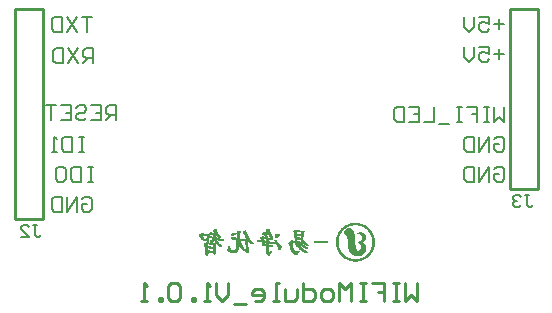
<source format=gbo>
%FSLAX25Y25*%
%MOIN*%
G70*
G01*
G75*
G04 Layer_Color=32896*
%ADD10R,0.03500X0.03000*%
%ADD11R,0.02362X0.04299*%
%ADD12R,0.03000X0.03500*%
%ADD13R,0.04299X0.02362*%
%ADD14R,0.09843X0.04724*%
%ADD15R,0.11811X0.23622*%
%ADD16R,0.15748X0.06000*%
%ADD17R,0.03937X0.03937*%
%ADD18R,0.03937X0.03937*%
%ADD19R,0.05709X0.02756*%
%ADD20C,0.03000*%
%ADD21C,0.01000*%
%ADD22C,0.05000*%
%ADD23C,0.02500*%
%ADD24C,0.02000*%
%ADD25C,0.06000*%
%ADD26R,0.10000X0.16933*%
%ADD27C,0.05512*%
%ADD28C,0.06000*%
%ADD29R,0.06000X0.06000*%
%ADD30C,0.02500*%
%ADD31C,0.00500*%
%ADD32C,0.00787*%
%ADD33C,0.00600*%
%ADD34C,0.00800*%
%ADD35C,0.01500*%
%ADD36R,0.11811X0.01300*%
%ADD37C,0.00100*%
D21*
X10724Y42000D02*
Y112000D01*
X1276Y42000D02*
X10724D01*
X1276D02*
Y112000D01*
X10724D01*
X175724Y52000D02*
Y112000D01*
X166276Y52000D02*
X175724D01*
X166276D02*
Y112000D01*
X175724D01*
X135500Y20698D02*
Y14700D01*
X133501Y16699D01*
X131501Y14700D01*
Y20698D01*
X129502D02*
X127503D01*
X128502D01*
Y14700D01*
X129502D01*
X127503D01*
X120505Y20698D02*
X124504D01*
Y17699D01*
X122504D01*
X124504D01*
Y14700D01*
X118506Y20698D02*
X116506D01*
X117506D01*
Y14700D01*
X118506D01*
X116506D01*
X113507D02*
Y20698D01*
X111508Y18699D01*
X109508Y20698D01*
Y14700D01*
X106509D02*
X104510D01*
X103510Y15700D01*
Y17699D01*
X104510Y18699D01*
X106509D01*
X107509Y17699D01*
Y15700D01*
X106509Y14700D01*
X97512Y20698D02*
Y14700D01*
X100511D01*
X101511Y15700D01*
Y17699D01*
X100511Y18699D01*
X97512D01*
X95513D02*
Y15700D01*
X94513Y14700D01*
X91514D01*
Y18699D01*
X89515Y14700D02*
X87515D01*
X88515D01*
Y20698D01*
X89515D01*
X81517Y14700D02*
X83517D01*
X84517Y15700D01*
Y17699D01*
X83517Y18699D01*
X81517D01*
X80518Y17699D01*
Y16699D01*
X84517D01*
X78518Y13700D02*
X74520D01*
X72520Y20698D02*
Y16699D01*
X70521Y14700D01*
X68522Y16699D01*
Y20698D01*
X66522Y14700D02*
X64523D01*
X65523D01*
Y20698D01*
X66522Y19698D01*
X61524Y14700D02*
Y15700D01*
X60524D01*
Y14700D01*
X61524D01*
X56526Y19698D02*
X55526Y20698D01*
X53527D01*
X52527Y19698D01*
Y15700D01*
X53527Y14700D01*
X55526D01*
X56526Y15700D01*
Y19698D01*
X50528Y14700D02*
Y15700D01*
X49528D01*
Y14700D01*
X50528D01*
X45529D02*
X43530D01*
X44529D01*
Y20698D01*
X45529Y19698D01*
D33*
X7334Y39999D02*
X8667D01*
X8001D01*
Y36666D01*
X8667Y36000D01*
X9334D01*
X10000Y36666D01*
X3336Y36000D02*
X6001D01*
X3336Y38666D01*
Y39332D01*
X4002Y39999D01*
X5335D01*
X6001Y39332D01*
X171334Y49999D02*
X172667D01*
X172001D01*
Y46666D01*
X172667Y46000D01*
X173334D01*
X174000Y46666D01*
X170001Y49332D02*
X169335Y49999D01*
X168002D01*
X167335Y49332D01*
Y48666D01*
X168002Y47999D01*
X168668D01*
X168002D01*
X167335Y47333D01*
Y46666D01*
X168002Y46000D01*
X169335D01*
X170001Y46666D01*
D34*
X27000Y109498D02*
X23668D01*
X25334D01*
Y104500D01*
X22002Y109498D02*
X18669Y104500D01*
Y109498D02*
X22002Y104500D01*
X17003Y109498D02*
Y104500D01*
X14504D01*
X13671Y105333D01*
Y108665D01*
X14504Y109498D01*
X17003D01*
X27500Y94000D02*
Y98998D01*
X25001D01*
X24168Y98165D01*
Y96499D01*
X25001Y95666D01*
X27500D01*
X25834D02*
X24168Y94000D01*
X22502Y98998D02*
X19169Y94000D01*
Y98998D02*
X22502Y94000D01*
X17503Y98998D02*
Y94000D01*
X15004D01*
X14171Y94833D01*
Y98165D01*
X15004Y98998D01*
X17503D01*
X35100Y75000D02*
Y79998D01*
X32601D01*
X31768Y79165D01*
Y77499D01*
X32601Y76666D01*
X35100D01*
X33434D02*
X31768Y75000D01*
X26769Y79998D02*
X30102D01*
Y75000D01*
X26769D01*
X30102Y77499D02*
X28436D01*
X21771Y79165D02*
X22604Y79998D01*
X24270D01*
X25103Y79165D01*
Y78332D01*
X24270Y77499D01*
X22604D01*
X21771Y76666D01*
Y75833D01*
X22604Y75000D01*
X24270D01*
X25103Y75833D01*
X16773Y79998D02*
X20105D01*
Y75000D01*
X16773D01*
X20105Y77499D02*
X18439D01*
X15107Y79998D02*
X11774D01*
X13440D01*
Y75000D01*
X24500Y69498D02*
X22834D01*
X23667D01*
Y64500D01*
X24500D01*
X22834D01*
X20335Y69498D02*
Y64500D01*
X17835D01*
X17002Y65333D01*
Y68665D01*
X17835Y69498D01*
X20335D01*
X15336Y64500D02*
X13670D01*
X14503D01*
Y69498D01*
X15336Y68665D01*
X27500Y59498D02*
X25834D01*
X26667D01*
Y54500D01*
X27500D01*
X25834D01*
X23335Y59498D02*
Y54500D01*
X20835D01*
X20002Y55333D01*
Y58665D01*
X20835Y59498D01*
X23335D01*
X18336Y58665D02*
X17503Y59498D01*
X15837D01*
X15004Y58665D01*
Y55333D01*
X15837Y54500D01*
X17503D01*
X18336Y55333D01*
Y58665D01*
X23668Y48665D02*
X24501Y49498D01*
X26167D01*
X27000Y48665D01*
Y45333D01*
X26167Y44500D01*
X24501D01*
X23668Y45333D01*
Y46999D01*
X25334D01*
X22002Y44500D02*
Y49498D01*
X18669Y44500D01*
Y49498D01*
X17003D02*
Y44500D01*
X14504D01*
X13671Y45333D01*
Y48665D01*
X14504Y49498D01*
X17003D01*
X161168Y58665D02*
X162001Y59498D01*
X163667D01*
X164500Y58665D01*
Y55333D01*
X163667Y54500D01*
X162001D01*
X161168Y55333D01*
Y56999D01*
X162834D01*
X159502Y54500D02*
Y59498D01*
X156169Y54500D01*
Y59498D01*
X154503D02*
Y54500D01*
X152004D01*
X151171Y55333D01*
Y58665D01*
X152004Y59498D01*
X154503D01*
X161168Y68665D02*
X162001Y69498D01*
X163667D01*
X164500Y68665D01*
Y65333D01*
X163667Y64500D01*
X162001D01*
X161168Y65333D01*
Y66999D01*
X162834D01*
X159502Y64500D02*
Y69498D01*
X156169Y64500D01*
Y69498D01*
X154503D02*
Y64500D01*
X152004D01*
X151171Y65333D01*
Y68665D01*
X152004Y69498D01*
X154503D01*
X164500Y79498D02*
Y74500D01*
X162834Y76166D01*
X161168Y74500D01*
Y79498D01*
X159502D02*
X157835D01*
X158669D01*
Y74500D01*
X159502D01*
X157835D01*
X152004Y79498D02*
X155336D01*
Y76999D01*
X153670D01*
X155336D01*
Y74500D01*
X150338Y79498D02*
X148672D01*
X149505D01*
Y74500D01*
X150338D01*
X148672D01*
X146173Y73667D02*
X142840D01*
X141174Y79498D02*
Y74500D01*
X137842D01*
X132844Y79498D02*
X136176D01*
Y74500D01*
X132844D01*
X136176Y76999D02*
X134510D01*
X131177Y79498D02*
Y74500D01*
X128678D01*
X127845Y75333D01*
Y78665D01*
X128678Y79498D01*
X131177D01*
X164500Y96999D02*
X161168D01*
X162834Y98665D02*
Y95333D01*
X156169Y99498D02*
X159502D01*
Y96999D01*
X157835Y97832D01*
X157002D01*
X156169Y96999D01*
Y95333D01*
X157002Y94500D01*
X158669D01*
X159502Y95333D01*
X154503Y99498D02*
Y96166D01*
X152837Y94500D01*
X151171Y96166D01*
Y99498D01*
X164500Y106999D02*
X161168D01*
X162834Y108665D02*
Y105333D01*
X156169Y109498D02*
X159502D01*
Y106999D01*
X157835Y107832D01*
X157002D01*
X156169Y106999D01*
Y105333D01*
X157002Y104500D01*
X158669D01*
X159502Y105333D01*
X154503Y109498D02*
Y106166D01*
X152837Y104500D01*
X151171Y106166D01*
Y109498D01*
D37*
X113900Y28200D02*
X115500D01*
X113300Y28300D02*
X116100D01*
X112900Y28400D02*
X116400D01*
X112600Y28500D02*
X116800D01*
X112300Y28600D02*
X117000D01*
X112100Y28700D02*
X113800D01*
X115600D02*
X117300D01*
X111900Y28800D02*
X113300D01*
X116100D02*
X117500D01*
X111700Y28900D02*
X112900D01*
X116400D02*
X117700D01*
X111500Y29000D02*
X112600D01*
X116700D02*
X117900D01*
X111400Y29100D02*
X112400D01*
X117000D02*
X118000D01*
X111200Y29200D02*
X112200D01*
X117200D02*
X118200D01*
X111000Y29300D02*
X112000D01*
X117400D02*
X118300D01*
X110900Y29400D02*
X111800D01*
X117600D02*
X118500D01*
X110800Y29500D02*
X111600D01*
X117700D02*
X118600D01*
X110700Y29600D02*
X111500D01*
X117900D02*
X118700D01*
X110500Y29700D02*
X111300D01*
X118100D02*
X118800D01*
X110400Y29800D02*
X111200D01*
X118200D02*
X119000D01*
X110300Y29900D02*
X111100D01*
X118300D02*
X119100D01*
X110200Y30000D02*
X110900D01*
X115100D02*
X116100D01*
X118400D02*
X119200D01*
X110100Y30100D02*
X110800D01*
X114600D02*
X116500D01*
X118600D02*
X119300D01*
X65000Y30200D02*
X65400D01*
X85600D02*
X85900D01*
X110000D02*
X110700D01*
X114300D02*
X116700D01*
X118700D02*
X119400D01*
X64900Y30300D02*
X65400D01*
X85500D02*
X86000D01*
X94700D02*
X95200D01*
X109900D02*
X110600D01*
X114100D02*
X116900D01*
X118800D02*
X119400D01*
X64800Y30400D02*
X65400D01*
X85400D02*
X86000D01*
X94500D02*
X95300D01*
X109800D02*
X110500D01*
X113800D02*
X117100D01*
X118900D02*
X119500D01*
X64800Y30500D02*
X65500D01*
X67600D02*
X67800D01*
X85300D02*
X86100D01*
X94300D02*
X95300D01*
X109800D02*
X110400D01*
X113700D02*
X117200D01*
X119000D02*
X119600D01*
X64700Y30600D02*
X65500D01*
X67500D02*
X67900D01*
X85200D02*
X86100D01*
X94200D02*
X95300D01*
X109700D02*
X110300D01*
X113500D02*
X117300D01*
X119100D02*
X119700D01*
X64700Y30700D02*
X65500D01*
X67500D02*
X67900D01*
X85100D02*
X86200D01*
X94100D02*
X95400D01*
X109600D02*
X110200D01*
X113400D02*
X117400D01*
X119100D02*
X119800D01*
X64700Y30800D02*
X65600D01*
X67400D02*
X67900D01*
X85100D02*
X86300D01*
X94000D02*
X95400D01*
X109500D02*
X110200D01*
X113300D02*
X117500D01*
X119200D02*
X119800D01*
X64700Y30900D02*
X65600D01*
X67400D02*
X67900D01*
X85000D02*
X86400D01*
X93900D02*
X95500D01*
X109500D02*
X110100D01*
X113200D02*
X116300D01*
X117100D02*
X117600D01*
X119300D02*
X119900D01*
X64600Y31000D02*
X65600D01*
X67300D02*
X67900D01*
X78500D02*
X78900D01*
X85000D02*
X86600D01*
X93800D02*
X95600D01*
X98200D02*
X98700D01*
X109400D02*
X110000D01*
X113100D02*
X115900D01*
X117300D02*
X117700D01*
X119400D02*
X120000D01*
X64600Y31100D02*
X65700D01*
X66400D02*
X67900D01*
X73500D02*
X74400D01*
X78400D02*
X78900D01*
X85000D02*
X86700D01*
X93700D02*
X95700D01*
X97900D02*
X98700D01*
X109300D02*
X109900D01*
X113000D02*
X115700D01*
X116200D02*
X117100D01*
X117500D02*
X117700D01*
X119500D02*
X120000D01*
X64600Y31200D02*
X67900D01*
X73000D02*
X74900D01*
X78400D02*
X79000D01*
X85000D02*
X86700D01*
X93600D02*
X95800D01*
X97700D02*
X98600D01*
X109300D02*
X109900D01*
X113000D02*
X115500D01*
X115900D02*
X117300D01*
X117700D02*
X117800D01*
X119500D02*
X120100D01*
X64600Y31300D02*
X67900D01*
X72700D02*
X75100D01*
X78400D02*
X79000D01*
X85000D02*
X85800D01*
X86400D02*
X86700D01*
X93600D02*
X94700D01*
X95200D02*
X95900D01*
X97500D02*
X98400D01*
X109200D02*
X109800D01*
X112900D02*
X115400D01*
X115700D02*
X117500D01*
X119600D02*
X120200D01*
X64600Y31400D02*
X67900D01*
X72500D02*
X75200D01*
X78400D02*
X79000D01*
X84900D02*
X85700D01*
X93500D02*
X94600D01*
X95400D02*
X96000D01*
X97300D02*
X98200D01*
X109200D02*
X109700D01*
X112900D02*
X115300D01*
X115500D02*
X117600D01*
X117800D02*
X117900D01*
X119700D02*
X120200D01*
X64600Y31500D02*
X65400D01*
X65600D02*
X66500D01*
X67400D02*
X67900D01*
X72300D02*
X75300D01*
X78000D02*
X78200D01*
X78400D02*
X79100D01*
X84900D02*
X85700D01*
X93500D02*
X94400D01*
X95700D02*
X96000D01*
X97200D02*
X98100D01*
X109100D02*
X109700D01*
X112800D02*
X115200D01*
X115900D02*
X117700D01*
X119700D02*
X120300D01*
X64600Y31600D02*
X65300D01*
X65800D02*
X66100D01*
X67400D02*
X67900D01*
X72200D02*
X75400D01*
X77700D02*
X78200D01*
X78400D02*
X79100D01*
X84900D02*
X85700D01*
X93400D02*
X94300D01*
X97000D02*
X97900D01*
X109100D02*
X109600D01*
X112800D02*
X115100D01*
X116100D02*
X117800D01*
X119800D02*
X120300D01*
X64600Y31700D02*
X65300D01*
X67400D02*
X67900D01*
X72200D02*
X75400D01*
X77500D02*
X78100D01*
X78300D02*
X79100D01*
X84900D02*
X85700D01*
X93400D02*
X94300D01*
X96900D02*
X97800D01*
X109000D02*
X109600D01*
X112700D02*
X115100D01*
X116300D02*
X117800D01*
X119800D02*
X120400D01*
X64600Y31800D02*
X65300D01*
X67400D02*
X67900D01*
X72200D02*
X73600D01*
X74500D02*
X75500D01*
X77400D02*
X78000D01*
X78300D02*
X79100D01*
X84900D02*
X85600D01*
X93300D02*
X94200D01*
X96700D02*
X97700D01*
X109000D02*
X109500D01*
X112700D02*
X115000D01*
X116400D02*
X117900D01*
X119900D02*
X120400D01*
X64600Y31900D02*
X65300D01*
X67400D02*
X67900D01*
X72200D02*
X73200D01*
X74700D02*
X75500D01*
X77200D02*
X77900D01*
X78300D02*
X79100D01*
X84900D02*
X85600D01*
X93300D02*
X94100D01*
X96600D02*
X97500D01*
X108900D02*
X109400D01*
X112700D02*
X114900D01*
X116500D02*
X118000D01*
X119900D02*
X120500D01*
X64600Y32000D02*
X65300D01*
X67400D02*
X67900D01*
X72300D02*
X73100D01*
X74900D02*
X75500D01*
X77100D02*
X77800D01*
X78300D02*
X79000D01*
X84900D02*
X85600D01*
X89200D02*
X89400D01*
X93300D02*
X94100D01*
X96500D02*
X97400D01*
X108900D02*
X109400D01*
X112600D02*
X114900D01*
X116500D02*
X118000D01*
X120000D02*
X120500D01*
X64600Y32100D02*
X65300D01*
X67400D02*
X67900D01*
X72300D02*
X73000D01*
X75000D02*
X75500D01*
X77000D02*
X77700D01*
X78300D02*
X79000D01*
X84900D02*
X85600D01*
X89200D02*
X89500D01*
X93200D02*
X94000D01*
X96300D02*
X97300D01*
X108800D02*
X109400D01*
X112600D02*
X114800D01*
X116600D02*
X118100D01*
X120000D02*
X120600D01*
X64600Y32200D02*
X65300D01*
X67400D02*
X67900D01*
X72400D02*
X73000D01*
X75000D02*
X75600D01*
X76900D02*
X77600D01*
X78300D02*
X79000D01*
X84900D02*
X85600D01*
X89100D02*
X89600D01*
X93200D02*
X94000D01*
X96200D02*
X97100D01*
X108800D02*
X109300D01*
X112600D02*
X114800D01*
X116600D02*
X118100D01*
X120100D02*
X120600D01*
X64600Y32300D02*
X65300D01*
X67400D02*
X67900D01*
X72400D02*
X72900D01*
X75100D02*
X75600D01*
X76800D02*
X77500D01*
X78300D02*
X78900D01*
X84900D02*
X85600D01*
X89100D02*
X89700D01*
X93200D02*
X93900D01*
X96100D02*
X97000D01*
X108800D02*
X109300D01*
X112600D02*
X114800D01*
X116700D02*
X118200D01*
X120100D02*
X120600D01*
X64600Y32400D02*
X65300D01*
X67400D02*
X67900D01*
X72400D02*
X72900D01*
X75100D02*
X75600D01*
X76700D02*
X77500D01*
X78300D02*
X78900D01*
X85000D02*
X85600D01*
X89100D02*
X89700D01*
X93100D02*
X93900D01*
X96000D02*
X96900D01*
X108700D02*
X109200D01*
X112600D02*
X114700D01*
X116700D02*
X118200D01*
X120200D02*
X120700D01*
X64600Y32500D02*
X65300D01*
X66100D02*
X67900D01*
X72400D02*
X72800D01*
X75100D02*
X75600D01*
X76700D02*
X77400D01*
X78300D02*
X78900D01*
X85000D02*
X85600D01*
X89100D02*
X89800D01*
X93100D02*
X93900D01*
X95900D02*
X96800D01*
X98200D02*
X98600D01*
X108700D02*
X109200D01*
X112500D02*
X114700D01*
X116800D02*
X118200D01*
X120200D02*
X120700D01*
X64600Y32600D02*
X65300D01*
X65700D02*
X67900D01*
X72400D02*
X72800D01*
X75100D02*
X75600D01*
X76600D02*
X77300D01*
X78300D02*
X78900D01*
X85000D02*
X85600D01*
X89000D02*
X89800D01*
X93100D02*
X93800D01*
X95800D02*
X96700D01*
X97900D02*
X98600D01*
X108700D02*
X109200D01*
X112500D02*
X114700D01*
X116800D02*
X118200D01*
X120200D02*
X120700D01*
X64600Y32700D02*
X65300D01*
X65600D02*
X67900D01*
X72400D02*
X72800D01*
X75100D02*
X75600D01*
X76500D02*
X77200D01*
X78300D02*
X78800D01*
X85000D02*
X85600D01*
X89000D02*
X89800D01*
X93000D02*
X93800D01*
X95700D02*
X96600D01*
X97600D02*
X98400D01*
X108600D02*
X109100D01*
X112500D02*
X114700D01*
X116800D02*
X118200D01*
X120300D02*
X120800D01*
X64600Y32800D02*
X65300D01*
X65600D02*
X66900D01*
X67400D02*
X67900D01*
X72500D02*
X72800D01*
X75100D02*
X75600D01*
X76500D02*
X77200D01*
X78300D02*
X78800D01*
X85000D02*
X85600D01*
X88900D02*
X89900D01*
X93000D02*
X93800D01*
X95600D02*
X96500D01*
X97400D02*
X98300D01*
X108600D02*
X109100D01*
X112500D02*
X114600D01*
X116800D02*
X118200D01*
X120300D02*
X120800D01*
X64600Y32900D02*
X65300D01*
X65600D02*
X66500D01*
X67400D02*
X67900D01*
X72500D02*
X72700D01*
X75100D02*
X75600D01*
X76400D02*
X77100D01*
X78300D02*
X78800D01*
X85000D02*
X85600D01*
X86500D02*
X86700D01*
X88900D02*
X89900D01*
X93000D02*
X93700D01*
X95500D02*
X96400D01*
X97300D02*
X98100D01*
X108600D02*
X109100D01*
X112500D02*
X114600D01*
X116800D02*
X118200D01*
X120300D02*
X120800D01*
X64600Y33000D02*
X65300D01*
X67400D02*
X67900D01*
X72500D02*
X72700D01*
X75100D02*
X75600D01*
X76300D02*
X77000D01*
X78300D02*
X78800D01*
X85000D02*
X85600D01*
X86100D02*
X87000D01*
X88800D02*
X89900D01*
X92900D02*
X93700D01*
X95400D02*
X96300D01*
X97100D02*
X97900D01*
X108500D02*
X109000D01*
X112500D02*
X114600D01*
X116800D02*
X118200D01*
X120300D02*
X120800D01*
X64500Y33100D02*
X65300D01*
X67400D02*
X68000D01*
X69800D02*
X70000D01*
X72500D02*
X72700D01*
X75100D02*
X75600D01*
X76300D02*
X77000D01*
X78300D02*
X78800D01*
X85000D02*
X87100D01*
X88800D02*
X89900D01*
X92900D02*
X93700D01*
X95300D02*
X96200D01*
X97000D02*
X97800D01*
X108500D02*
X109000D01*
X112500D02*
X114600D01*
X116800D02*
X118100D01*
X120400D02*
X120900D01*
X64500Y33200D02*
X65300D01*
X67400D02*
X68000D01*
X69500D02*
X70000D01*
X72500D02*
X72700D01*
X75100D02*
X75600D01*
X76200D02*
X76900D01*
X78300D02*
X78800D01*
X85000D02*
X87200D01*
X88800D02*
X89900D01*
X92900D02*
X93600D01*
X95200D02*
X96100D01*
X96900D02*
X97700D01*
X108500D02*
X109000D01*
X112500D02*
X114600D01*
X116800D02*
X118100D01*
X120400D02*
X120900D01*
X64500Y33300D02*
X65300D01*
X67400D02*
X68000D01*
X69300D02*
X69900D01*
X75100D02*
X75600D01*
X76200D02*
X76900D01*
X78300D02*
X78800D01*
X84500D02*
X87200D01*
X88700D02*
X89800D01*
X92800D02*
X93600D01*
X95100D02*
X96000D01*
X96800D02*
X97600D01*
X98800D02*
X99200D01*
X108500D02*
X109000D01*
X112500D02*
X114600D01*
X116700D02*
X118000D01*
X120400D02*
X120900D01*
X64500Y33400D02*
X65300D01*
X67400D02*
X68000D01*
X69100D02*
X69800D01*
X75100D02*
X75600D01*
X76100D02*
X76800D01*
X78300D02*
X78800D01*
X83800D02*
X86800D01*
X88700D02*
X89600D01*
X92800D02*
X93600D01*
X95000D02*
X95900D01*
X96600D02*
X97400D01*
X98500D02*
X99200D01*
X108500D02*
X108900D01*
X112500D02*
X114500D01*
X116700D02*
X118000D01*
X120400D02*
X120900D01*
X64400Y33500D02*
X65400D01*
X67400D02*
X68100D01*
X69000D02*
X69700D01*
X75100D02*
X75600D01*
X76100D02*
X76800D01*
X78300D02*
X78800D01*
X83600D02*
X86100D01*
X88600D02*
X89400D01*
X92800D02*
X93600D01*
X94900D02*
X95800D01*
X96500D02*
X97300D01*
X98300D02*
X99000D01*
X108400D02*
X108900D01*
X112500D02*
X114500D01*
X116600D02*
X117900D01*
X120400D02*
X120900D01*
X64300Y33600D02*
X65400D01*
X67400D02*
X68100D01*
X68900D02*
X69600D01*
X75100D02*
X75600D01*
X76100D02*
X76700D01*
X78300D02*
X78800D01*
X83600D02*
X85600D01*
X88500D02*
X89300D01*
X92700D02*
X93600D01*
X94800D02*
X95800D01*
X96300D02*
X97200D01*
X98100D02*
X98800D01*
X108400D02*
X108900D01*
X112500D02*
X114500D01*
X116600D02*
X117800D01*
X120500D02*
X120900D01*
X64300Y33700D02*
X65400D01*
X66800D02*
X68200D01*
X68700D02*
X69400D01*
X75100D02*
X75600D01*
X76000D02*
X76700D01*
X78200D02*
X78800D01*
X83600D02*
X85600D01*
X88500D02*
X89200D01*
X92700D02*
X93600D01*
X94700D02*
X95700D01*
X96200D02*
X97100D01*
X97900D02*
X98700D01*
X108400D02*
X108900D01*
X112500D02*
X114500D01*
X116500D02*
X117700D01*
X120500D02*
X121000D01*
X64300Y33800D02*
X65500D01*
X66200D02*
X68200D01*
X68600D02*
X69300D01*
X75100D02*
X75600D01*
X76000D02*
X76700D01*
X78200D02*
X78800D01*
X83700D02*
X84300D01*
X85000D02*
X85600D01*
X88400D02*
X89200D01*
X92600D02*
X93600D01*
X94700D02*
X95700D01*
X96200D02*
X97100D01*
X97700D02*
X98500D01*
X108400D02*
X108900D01*
X112400D02*
X114500D01*
X116400D02*
X117600D01*
X120500D02*
X121000D01*
X64400Y33900D02*
X68200D01*
X68500D02*
X69200D01*
X75100D02*
X75600D01*
X76000D02*
X76600D01*
X78200D02*
X78800D01*
X80300D02*
X80600D01*
X83800D02*
X84300D01*
X85000D02*
X85600D01*
X88400D02*
X89100D01*
X92500D02*
X93600D01*
X94700D02*
X95600D01*
X96200D02*
X97000D01*
X97600D02*
X98400D01*
X108400D02*
X108900D01*
X112400D02*
X114500D01*
X116300D02*
X117400D01*
X120500D02*
X121000D01*
X64500Y34000D02*
X66900D01*
X68400D02*
X69200D01*
X75000D02*
X75600D01*
X75900D02*
X76600D01*
X78200D02*
X78700D01*
X80100D02*
X80600D01*
X83800D02*
X84300D01*
X85000D02*
X85600D01*
X86700D02*
X87600D01*
X88300D02*
X89000D01*
X92500D02*
X93600D01*
X94800D02*
X95600D01*
X96300D02*
X96900D01*
X97400D02*
X98200D01*
X108400D02*
X108900D01*
X112400D02*
X114500D01*
X116200D02*
X117200D01*
X120500D02*
X121000D01*
X64600Y34100D02*
X66400D01*
X68400D02*
X69100D01*
X75000D02*
X75600D01*
X75900D02*
X76500D01*
X78200D02*
X78700D01*
X80000D02*
X80500D01*
X83800D02*
X84300D01*
X85000D02*
X85600D01*
X86200D02*
X87800D01*
X88300D02*
X88900D01*
X92500D02*
X93600D01*
X94800D02*
X95600D01*
X96400D02*
X96900D01*
X97300D02*
X98100D01*
X108400D02*
X108900D01*
X112400D02*
X114500D01*
X116000D02*
X117000D01*
X120500D02*
X121000D01*
X64700Y34200D02*
X66000D01*
X68300D02*
X69000D01*
X75000D02*
X75600D01*
X75900D02*
X76500D01*
X78200D02*
X78700D01*
X79800D02*
X80400D01*
X83800D02*
X84300D01*
X85000D02*
X87800D01*
X88200D02*
X88800D01*
X92500D02*
X93700D01*
X94900D02*
X95500D01*
X96200D02*
X98000D01*
X108400D02*
X108900D01*
X112400D02*
X114500D01*
X115900D02*
X116800D01*
X120500D02*
X121000D01*
X64900Y34300D02*
X65700D01*
X68200D02*
X68900D01*
X75000D02*
X75600D01*
X75800D02*
X76500D01*
X78200D02*
X78700D01*
X79700D02*
X80400D01*
X83700D02*
X84300D01*
X85000D02*
X87800D01*
X88200D02*
X88800D01*
X92600D02*
X93800D01*
X94900D02*
X97900D01*
X100900D02*
X105300D01*
X108400D02*
X108900D01*
X112400D02*
X114500D01*
X115600D02*
X116500D01*
X120500D02*
X121000D01*
X66500Y34400D02*
X66800D01*
X68100D02*
X68800D01*
X75000D02*
X75600D01*
X75800D02*
X76500D01*
X78200D02*
X78700D01*
X79600D02*
X80300D01*
X83700D02*
X84300D01*
X84700D02*
X87800D01*
X88100D02*
X88700D01*
X92700D02*
X97800D01*
X100900D02*
X105300D01*
X108400D02*
X108900D01*
X112400D02*
X114500D01*
X115800D02*
X116700D01*
X120500D02*
X121000D01*
X66400Y34500D02*
X67000D01*
X68100D02*
X68800D01*
X75000D02*
X75600D01*
X75800D02*
X76400D01*
X78200D02*
X78800D01*
X79500D02*
X80200D01*
X83700D02*
X86800D01*
X88100D02*
X88600D01*
X92800D02*
X97700D01*
X100900D02*
X105300D01*
X108400D02*
X108900D01*
X112400D02*
X114500D01*
X116000D02*
X116900D01*
X120500D02*
X121000D01*
X66400Y34600D02*
X67100D01*
X68000D02*
X68700D01*
X75000D02*
X75600D01*
X75800D02*
X76400D01*
X78200D02*
X78800D01*
X79400D02*
X80100D01*
X82400D02*
X86100D01*
X88100D02*
X88500D01*
X92900D02*
X96100D01*
X96600D02*
X97600D01*
X100900D02*
X105300D01*
X108400D02*
X108900D01*
X112400D02*
X114500D01*
X116200D02*
X117200D01*
X120500D02*
X121000D01*
X65300Y34700D02*
X65500D01*
X66400D02*
X67200D01*
X68000D02*
X68600D01*
X75000D02*
X76400D01*
X78200D02*
X78800D01*
X79300D02*
X80000D01*
X82000D02*
X85700D01*
X88000D02*
X88500D01*
X93100D02*
X95100D01*
X96600D02*
X97500D01*
X100900D02*
X105300D01*
X108400D02*
X108900D01*
X112400D02*
X114500D01*
X116400D02*
X117300D01*
X120500D02*
X121000D01*
X65300Y34800D02*
X65600D01*
X66400D02*
X67300D01*
X67900D02*
X68600D01*
X75000D02*
X76400D01*
X78200D02*
X78800D01*
X79200D02*
X79900D01*
X82000D02*
X85700D01*
X88000D02*
X88400D01*
X93200D02*
X94300D01*
X96600D02*
X97400D01*
X100900D02*
X105300D01*
X108400D02*
X108900D01*
X112400D02*
X114500D01*
X116500D02*
X117500D01*
X120500D02*
X121000D01*
X65200Y34900D02*
X65600D01*
X66400D02*
X67400D01*
X67900D02*
X68500D01*
X75100D02*
X76300D01*
X76900D02*
X77700D01*
X78200D02*
X78800D01*
X79100D02*
X79800D01*
X82000D02*
X84400D01*
X85000D02*
X85700D01*
X87900D02*
X88300D01*
X93400D02*
X93800D01*
X96700D02*
X97300D01*
X108400D02*
X108900D01*
X112400D02*
X114500D01*
X116600D02*
X117600D01*
X120500D02*
X121000D01*
X65200Y35000D02*
X65600D01*
X66400D02*
X67500D01*
X67800D02*
X68500D01*
X69700D02*
X70300D01*
X75300D02*
X77900D01*
X78200D02*
X78800D01*
X79000D02*
X79700D01*
X82000D02*
X84200D01*
X85000D02*
X85800D01*
X87900D02*
X88200D01*
X96700D02*
X97200D01*
X108400D02*
X108900D01*
X112400D02*
X114500D01*
X116700D02*
X117700D01*
X120500D02*
X121000D01*
X64900Y35100D02*
X65700D01*
X66500D02*
X67500D01*
X67800D02*
X68400D01*
X69500D02*
X70500D01*
X75600D02*
X78000D01*
X78200D02*
X78800D01*
X78900D02*
X79700D01*
X82200D02*
X83300D01*
X83500D02*
X84200D01*
X85000D02*
X85800D01*
X87800D02*
X88200D01*
X94900D02*
X95200D01*
X96800D02*
X97200D01*
X108400D02*
X108900D01*
X112300D02*
X114500D01*
X116800D02*
X117800D01*
X120500D02*
X121000D01*
X63900Y35200D02*
X65700D01*
X66700D02*
X68400D01*
X69200D02*
X70600D01*
X75200D02*
X78000D01*
X78200D02*
X79600D01*
X82400D02*
X82800D01*
X83500D02*
X84200D01*
X85000D02*
X85800D01*
X87800D02*
X88100D01*
X94800D02*
X95200D01*
X96800D02*
X97200D01*
X108400D02*
X108900D01*
X112300D02*
X114500D01*
X116900D02*
X117800D01*
X120500D02*
X121000D01*
X63300Y35300D02*
X65700D01*
X66900D02*
X68400D01*
X68800D02*
X70700D01*
X74700D02*
X77900D01*
X78300D02*
X79500D01*
X83400D02*
X84200D01*
X85000D02*
X85900D01*
X86200D02*
X86900D01*
X94800D02*
X95300D01*
X96700D02*
X97200D01*
X108400D02*
X108900D01*
X112300D02*
X114500D01*
X116900D02*
X117900D01*
X120500D02*
X120900D01*
X63300Y35400D02*
X65700D01*
X67700D02*
X70700D01*
X74100D02*
X77200D01*
X78300D02*
X79400D01*
X83400D02*
X84200D01*
X85100D02*
X87100D01*
X94700D02*
X95300D01*
X96400D02*
X97200D01*
X108400D02*
X108900D01*
X112300D02*
X114500D01*
X117000D02*
X118000D01*
X120500D02*
X120900D01*
X63300Y35500D02*
X64700D01*
X65200D02*
X65700D01*
X67600D02*
X70000D01*
X73600D02*
X76700D01*
X78400D02*
X79400D01*
X83300D02*
X84200D01*
X85200D02*
X87200D01*
X94700D02*
X97200D01*
X108500D02*
X108900D01*
X112300D02*
X114500D01*
X117000D02*
X118000D01*
X120400D02*
X120900D01*
X63400Y35600D02*
X64100D01*
X65200D02*
X65700D01*
X67600D02*
X69500D01*
X73400D02*
X76200D01*
X78500D02*
X79300D01*
X83200D02*
X84200D01*
X84900D02*
X87200D01*
X94600D02*
X97200D01*
X108500D02*
X109000D01*
X112300D02*
X114400D01*
X117000D02*
X118000D01*
X120400D02*
X120900D01*
X63400Y35700D02*
X63900D01*
X65200D02*
X65700D01*
X67300D02*
X69000D01*
X73400D02*
X76200D01*
X78500D02*
X79200D01*
X83100D02*
X86700D01*
X94600D02*
X97200D01*
X108500D02*
X109000D01*
X112200D02*
X114400D01*
X117000D02*
X118000D01*
X120400D02*
X120900D01*
X63400Y35800D02*
X63900D01*
X65200D02*
X65800D01*
X66900D02*
X68600D01*
X73400D02*
X75200D01*
X75600D02*
X76200D01*
X78500D02*
X79200D01*
X83100D02*
X86000D01*
X94600D02*
X97200D01*
X108500D02*
X109000D01*
X112200D02*
X114400D01*
X117000D02*
X118000D01*
X120400D02*
X120900D01*
X63300Y35900D02*
X63900D01*
X65300D02*
X65800D01*
X66400D02*
X68300D01*
X73500D02*
X74800D01*
X75600D02*
X76200D01*
X78400D02*
X79100D01*
X83100D02*
X85500D01*
X94600D02*
X95200D01*
X95400D02*
X96000D01*
X96700D02*
X97200D01*
X108500D02*
X109000D01*
X112200D02*
X114400D01*
X117000D02*
X118000D01*
X120300D02*
X120800D01*
X63200Y36000D02*
X63900D01*
X65300D02*
X65800D01*
X66100D02*
X68100D01*
X73700D02*
X74500D01*
X75500D02*
X76200D01*
X78300D02*
X79000D01*
X83200D02*
X85400D01*
X86700D02*
X87000D01*
X87900D02*
X88400D01*
X94600D02*
X95200D01*
X96700D02*
X97200D01*
X108600D02*
X109100D01*
X112100D02*
X114400D01*
X117000D02*
X118000D01*
X120300D02*
X120800D01*
X63200Y36100D02*
X63900D01*
X65300D02*
X65800D01*
X66100D02*
X68100D01*
X69300D02*
X69600D01*
X75500D02*
X76200D01*
X78300D02*
X79000D01*
X83300D02*
X84700D01*
X84800D02*
X85400D01*
X86600D02*
X87000D01*
X87900D02*
X88600D01*
X94600D02*
X95200D01*
X96700D02*
X97200D01*
X108600D02*
X109100D01*
X112100D02*
X114400D01*
X117000D02*
X118000D01*
X120300D02*
X120800D01*
X63100Y36200D02*
X63800D01*
X65300D02*
X65800D01*
X66100D02*
X67100D01*
X67500D02*
X68100D01*
X69100D02*
X69600D01*
X75500D02*
X76200D01*
X78200D02*
X78900D01*
X83500D02*
X84400D01*
X84800D02*
X85400D01*
X86500D02*
X87000D01*
X87900D02*
X88700D01*
X94500D02*
X95200D01*
X96700D02*
X97200D01*
X108600D02*
X109100D01*
X112100D02*
X114400D01*
X117000D02*
X118000D01*
X120300D02*
X120800D01*
X63000Y36300D02*
X63800D01*
X65300D02*
X65900D01*
X66300D02*
X66600D01*
X67500D02*
X68100D01*
X69000D02*
X69600D01*
X75500D02*
X76200D01*
X78200D02*
X78900D01*
X83800D02*
X84200D01*
X84700D02*
X85300D01*
X86400D02*
X86900D01*
X87900D02*
X88800D01*
X94500D02*
X95200D01*
X96700D02*
X97200D01*
X108600D02*
X109100D01*
X112000D02*
X114400D01*
X117000D02*
X118000D01*
X120200D02*
X120700D01*
X62900Y36400D02*
X63800D01*
X65300D02*
X65900D01*
X67400D02*
X68100D01*
X68900D02*
X69500D01*
X75500D02*
X76100D01*
X78100D02*
X78800D01*
X84600D02*
X85300D01*
X86300D02*
X86900D01*
X87900D02*
X89000D01*
X94500D02*
X95100D01*
X96700D02*
X97200D01*
X108700D02*
X109200D01*
X112000D02*
X114400D01*
X116900D02*
X118000D01*
X120200D02*
X120700D01*
X62800Y36500D02*
X63800D01*
X65300D02*
X65900D01*
X67400D02*
X68100D01*
X68800D02*
X69400D01*
X75500D02*
X76100D01*
X78100D02*
X78800D01*
X84600D02*
X85200D01*
X86200D02*
X86800D01*
X87900D02*
X89100D01*
X94500D02*
X95100D01*
X96700D02*
X97300D01*
X108700D02*
X109200D01*
X112000D02*
X114300D01*
X116900D02*
X117900D01*
X120200D02*
X120700D01*
X62700Y36600D02*
X63800D01*
X64900D02*
X66000D01*
X67400D02*
X68100D01*
X68700D02*
X69300D01*
X75500D02*
X76100D01*
X78000D02*
X78700D01*
X84500D02*
X85200D01*
X86100D02*
X86700D01*
X87900D02*
X89200D01*
X94500D02*
X95100D01*
X96700D02*
X97300D01*
X108700D02*
X109300D01*
X111900D02*
X114300D01*
X116900D02*
X117900D01*
X120100D02*
X120600D01*
X62700Y36700D02*
X63800D01*
X64400D02*
X66000D01*
X67400D02*
X68100D01*
X68600D02*
X69200D01*
X73600D02*
X74100D01*
X75500D02*
X76100D01*
X77900D02*
X78700D01*
X84400D02*
X85100D01*
X86000D02*
X86700D01*
X87900D02*
X89300D01*
X94500D02*
X95100D01*
X95700D02*
X97300D01*
X108800D02*
X109300D01*
X111900D02*
X114300D01*
X116800D02*
X117900D01*
X120100D02*
X120600D01*
X62700Y36800D02*
X66100D01*
X67400D02*
X69100D01*
X73500D02*
X74200D01*
X75500D02*
X76100D01*
X77900D02*
X78600D01*
X84300D02*
X85100D01*
X86000D02*
X86600D01*
X88000D02*
X89400D01*
X94500D02*
X95100D01*
X95500D02*
X97300D01*
X108800D02*
X109300D01*
X111800D02*
X114300D01*
X116700D02*
X117800D01*
X120000D02*
X120600D01*
X62800Y36900D02*
X66100D01*
X67400D02*
X69100D01*
X73500D02*
X74400D01*
X75400D02*
X76100D01*
X77800D02*
X78600D01*
X84200D02*
X85100D01*
X85900D02*
X86600D01*
X88100D02*
X89400D01*
X94500D02*
X95100D01*
X95500D02*
X97300D01*
X108900D02*
X109400D01*
X111800D02*
X114300D01*
X116700D02*
X117800D01*
X120000D02*
X120500D01*
X62900Y37000D02*
X64800D01*
X65700D02*
X66100D01*
X67100D02*
X69000D01*
X73500D02*
X74500D01*
X75400D02*
X76100D01*
X77800D02*
X78500D01*
X84100D02*
X85000D01*
X85300D02*
X86500D01*
X88300D02*
X89500D01*
X94500D02*
X95100D01*
X95500D02*
X96600D01*
X96700D02*
X97300D01*
X108900D02*
X109400D01*
X111700D02*
X114300D01*
X116600D02*
X117700D01*
X119900D02*
X120500D01*
X63100Y37100D02*
X64400D01*
X66800D02*
X68900D01*
X73600D02*
X74600D01*
X75400D02*
X76100D01*
X77700D02*
X78500D01*
X83900D02*
X86500D01*
X88500D02*
X89500D01*
X94500D02*
X95100D01*
X95600D02*
X96200D01*
X96700D02*
X97300D01*
X108900D02*
X109500D01*
X111600D02*
X114200D01*
X116500D02*
X117600D01*
X119900D02*
X120400D01*
X63200Y37200D02*
X64100D01*
X66400D02*
X68100D01*
X68200D02*
X68900D01*
X73600D02*
X74700D01*
X75400D02*
X76100D01*
X77600D02*
X78400D01*
X83800D02*
X86400D01*
X88900D02*
X89400D01*
X94500D02*
X95100D01*
X96700D02*
X97300D01*
X109000D02*
X109500D01*
X111500D02*
X114200D01*
X116300D02*
X117600D01*
X119800D02*
X120400D01*
X63500Y37300D02*
X63900D01*
X66200D02*
X67700D01*
X68100D02*
X68800D01*
X73700D02*
X74800D01*
X75400D02*
X76100D01*
X77600D02*
X78400D01*
X83800D02*
X86400D01*
X94500D02*
X95100D01*
X96700D02*
X97300D01*
X109000D02*
X109600D01*
X111400D02*
X114200D01*
X116100D02*
X117500D01*
X119800D02*
X120300D01*
X66200Y37400D02*
X67400D01*
X68100D02*
X68800D01*
X73800D02*
X74900D01*
X75300D02*
X76100D01*
X77500D02*
X78400D01*
X83800D02*
X86300D01*
X94400D02*
X95100D01*
X96700D02*
X97400D01*
X109100D02*
X109700D01*
X111300D02*
X114100D01*
X115700D02*
X117300D01*
X119700D02*
X120300D01*
X66200Y37500D02*
X67100D01*
X68000D02*
X68700D01*
X74100D02*
X74900D01*
X75300D02*
X76100D01*
X77400D02*
X78300D01*
X83800D02*
X85300D01*
X85600D02*
X86300D01*
X94400D02*
X95100D01*
X96800D02*
X97400D01*
X109100D02*
X109700D01*
X111200D02*
X114100D01*
X115500D02*
X117100D01*
X119700D02*
X120200D01*
X66400Y37600D02*
X66800D01*
X68000D02*
X68700D01*
X75300D02*
X76200D01*
X77300D02*
X78300D01*
X84000D02*
X85100D01*
X85500D02*
X86300D01*
X94400D02*
X95100D01*
X96800D02*
X97400D01*
X109200D02*
X109800D01*
X111200D02*
X114100D01*
X116000D02*
X116800D01*
X119600D02*
X120200D01*
X67900Y37700D02*
X68600D01*
X75300D02*
X76200D01*
X77300D02*
X78300D01*
X84200D02*
X84900D01*
X85400D02*
X86200D01*
X94300D02*
X95100D01*
X96800D02*
X97500D01*
X109300D02*
X109800D01*
X111200D02*
X114000D01*
X119500D02*
X120100D01*
X67800Y37800D02*
X68600D01*
X75300D02*
X76300D01*
X77300D02*
X78200D01*
X84500D02*
X84700D01*
X85400D02*
X86200D01*
X94300D02*
X95200D01*
X96600D02*
X97500D01*
X109300D02*
X109900D01*
X111200D02*
X114000D01*
X119500D02*
X120100D01*
X67800Y37900D02*
X68500D01*
X75300D02*
X76300D01*
X77400D02*
X78200D01*
X85300D02*
X86200D01*
X94200D02*
X95200D01*
X96000D02*
X97600D01*
X109400D02*
X110000D01*
X111200D02*
X114000D01*
X119400D02*
X120000D01*
X67700Y38000D02*
X68500D01*
X75500D02*
X76300D01*
X77400D02*
X78200D01*
X85200D02*
X86100D01*
X94200D02*
X95300D01*
X95500D02*
X97600D01*
X109500D02*
X110100D01*
X111300D02*
X113900D01*
X119300D02*
X119900D01*
X67600Y38100D02*
X68500D01*
X75700D02*
X76300D01*
X77500D02*
X78200D01*
X85100D02*
X86100D01*
X94200D02*
X97600D01*
X109500D02*
X110100D01*
X111300D02*
X113900D01*
X119200D02*
X119900D01*
X67500Y38200D02*
X68400D01*
X77700D02*
X78200D01*
X85000D02*
X86100D01*
X94200D02*
X96600D01*
X97300D02*
X97600D01*
X109600D02*
X110200D01*
X111400D02*
X113800D01*
X119200D02*
X119800D01*
X67500Y38300D02*
X68400D01*
X77900D02*
X78200D01*
X85000D02*
X86100D01*
X94400D02*
X96000D01*
X109700D02*
X110300D01*
X111400D02*
X113800D01*
X119100D02*
X119700D01*
X67500Y38400D02*
X68400D01*
X85000D02*
X86000D01*
X94600D02*
X95600D01*
X109700D02*
X110400D01*
X111500D02*
X113700D01*
X119000D02*
X119600D01*
X67600Y38500D02*
X68400D01*
X85100D02*
X86000D01*
X94800D02*
X95300D01*
X109800D02*
X110500D01*
X111500D02*
X113600D01*
X118900D02*
X119500D01*
X67700Y38600D02*
X68400D01*
X85200D02*
X86100D01*
X109900D02*
X110600D01*
X111600D02*
X113500D01*
X118800D02*
X119500D01*
X68000Y38700D02*
X68400D01*
X85300D02*
X86100D01*
X110000D02*
X110700D01*
X111700D02*
X113400D01*
X118700D02*
X119400D01*
X85600Y38800D02*
X86100D01*
X110100D02*
X110800D01*
X111900D02*
X113300D01*
X118600D02*
X119300D01*
X110200Y38900D02*
X110900D01*
X112100D02*
X113000D01*
X118500D02*
X119200D01*
X110300Y39000D02*
X111000D01*
X118300D02*
X119100D01*
X110400Y39100D02*
X111200D01*
X118200D02*
X119000D01*
X110500Y39200D02*
X111300D01*
X118100D02*
X118900D01*
X110600Y39300D02*
X111400D01*
X117900D02*
X118700D01*
X110700Y39400D02*
X111600D01*
X117800D02*
X118600D01*
X110900Y39500D02*
X111800D01*
X117600D02*
X118500D01*
X111000Y39600D02*
X111900D01*
X117400D02*
X118400D01*
X111200Y39700D02*
X112100D01*
X117200D02*
X118200D01*
X111300Y39800D02*
X112400D01*
X117000D02*
X118100D01*
X111500Y39900D02*
X112600D01*
X116800D02*
X117900D01*
X111700Y40000D02*
X112900D01*
X116500D02*
X117700D01*
X111800Y40100D02*
X113200D01*
X116200D02*
X117500D01*
X112100Y40200D02*
X113700D01*
X115700D02*
X117300D01*
X112300Y40300D02*
X117100D01*
X112600Y40400D02*
X116800D01*
X112900Y40500D02*
X116500D01*
X113200Y40600D02*
X116100D01*
X113800Y40700D02*
X115600D01*
M02*

</source>
